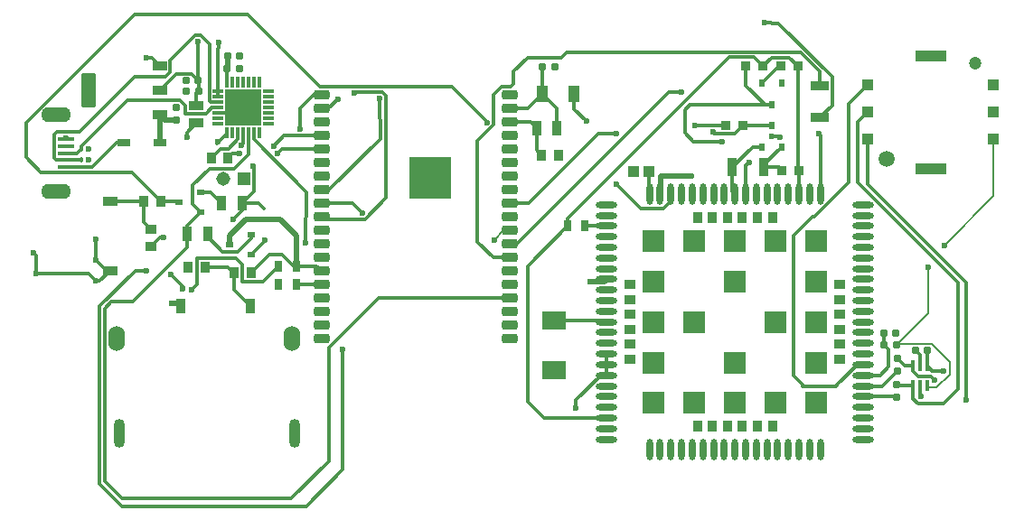
<source format=gbr>
%TF.GenerationSoftware,KiCad,Pcbnew,8.0.3*%
%TF.CreationDate,2025-01-08T01:15:00+05:30*%
%TF.ProjectId,gps,6770732e-6b69-4636-9164-5f7063625858,rev?*%
%TF.SameCoordinates,Original*%
%TF.FileFunction,Copper,L4,Bot*%
%TF.FilePolarity,Positive*%
%FSLAX46Y46*%
G04 Gerber Fmt 4.6, Leading zero omitted, Abs format (unit mm)*
G04 Created by KiCad (PCBNEW 8.0.3) date 2025-01-08 01:15:00*
%MOMM*%
%LPD*%
G01*
G04 APERTURE LIST*
G04 Aperture macros list*
%AMRoundRect*
0 Rectangle with rounded corners*
0 $1 Rounding radius*
0 $2 $3 $4 $5 $6 $7 $8 $9 X,Y pos of 4 corners*
0 Add a 4 corners polygon primitive as box body*
4,1,4,$2,$3,$4,$5,$6,$7,$8,$9,$2,$3,0*
0 Add four circle primitives for the rounded corners*
1,1,$1+$1,$2,$3*
1,1,$1+$1,$4,$5*
1,1,$1+$1,$6,$7*
1,1,$1+$1,$8,$9*
0 Add four rect primitives between the rounded corners*
20,1,$1+$1,$2,$3,$4,$5,0*
20,1,$1+$1,$4,$5,$6,$7,0*
20,1,$1+$1,$6,$7,$8,$9,0*
20,1,$1+$1,$8,$9,$2,$3,0*%
G04 Aperture macros list end*
%TA.AperFunction,ComponentPad*%
%ADD10O,1.550000X2.350000*%
%TD*%
%TA.AperFunction,ComponentPad*%
%ADD11O,1.050000X2.700000*%
%TD*%
%TA.AperFunction,ComponentPad*%
%ADD12R,1.308000X1.308000*%
%TD*%
%TA.AperFunction,ComponentPad*%
%ADD13C,1.308000*%
%TD*%
%TA.AperFunction,SMDPad,CuDef*%
%ADD14RoundRect,0.075000X-0.075000X-0.175000X0.075000X-0.175000X0.075000X0.175000X-0.075000X0.175000X0*%
%TD*%
%TA.AperFunction,SMDPad,CuDef*%
%ADD15R,0.900000X1.000000*%
%TD*%
%TA.AperFunction,SMDPad,CuDef*%
%ADD16R,0.920000X1.380000*%
%TD*%
%TA.AperFunction,SMDPad,CuDef*%
%ADD17R,0.970000X1.730000*%
%TD*%
%TA.AperFunction,SMDPad,CuDef*%
%ADD18R,0.800000X1.000000*%
%TD*%
%TA.AperFunction,SMDPad,CuDef*%
%ADD19RoundRect,0.155000X0.212500X0.155000X-0.212500X0.155000X-0.212500X-0.155000X0.212500X-0.155000X0*%
%TD*%
%TA.AperFunction,SMDPad,CuDef*%
%ADD20R,0.900000X0.950000*%
%TD*%
%TA.AperFunction,SMDPad,CuDef*%
%ADD21R,1.210000X0.730000*%
%TD*%
%TA.AperFunction,SMDPad,CuDef*%
%ADD22R,1.500000X0.400000*%
%TD*%
%TA.AperFunction,ComponentPad*%
%ADD23O,2.800000X1.400000*%
%TD*%
%TA.AperFunction,SMDPad,CuDef*%
%ADD24RoundRect,0.160000X-0.197500X-0.160000X0.197500X-0.160000X0.197500X0.160000X-0.197500X0.160000X0*%
%TD*%
%TA.AperFunction,ComponentPad*%
%ADD25C,1.500000*%
%TD*%
%TA.AperFunction,ComponentPad*%
%ADD26C,1.200000*%
%TD*%
%TA.AperFunction,SMDPad,CuDef*%
%ADD27R,3.000000X1.000000*%
%TD*%
%TA.AperFunction,SMDPad,CuDef*%
%ADD28R,1.100000X1.000000*%
%TD*%
%TA.AperFunction,SMDPad,CuDef*%
%ADD29RoundRect,0.160000X-0.160000X0.197500X-0.160000X-0.197500X0.160000X-0.197500X0.160000X0.197500X0*%
%TD*%
%TA.AperFunction,SMDPad,CuDef*%
%ADD30R,1.730000X0.970000*%
%TD*%
%TA.AperFunction,SMDPad,CuDef*%
%ADD31R,1.470000X0.970000*%
%TD*%
%TA.AperFunction,SMDPad,CuDef*%
%ADD32RoundRect,0.160000X0.160000X-0.197500X0.160000X0.197500X-0.160000X0.197500X-0.160000X-0.197500X0*%
%TD*%
%TA.AperFunction,SMDPad,CuDef*%
%ADD33R,0.900000X1.400000*%
%TD*%
%TA.AperFunction,SMDPad,CuDef*%
%ADD34RoundRect,0.097500X0.097500X-0.432500X0.097500X0.432500X-0.097500X0.432500X-0.097500X-0.432500X0*%
%TD*%
%TA.AperFunction,SMDPad,CuDef*%
%ADD35R,1.000000X0.950000*%
%TD*%
%TA.AperFunction,SMDPad,CuDef*%
%ADD36R,1.000000X0.300000*%
%TD*%
%TA.AperFunction,SMDPad,CuDef*%
%ADD37R,0.300000X1.000000*%
%TD*%
%TA.AperFunction,SMDPad,CuDef*%
%ADD38R,3.350000X3.350000*%
%TD*%
%TA.AperFunction,SMDPad,CuDef*%
%ADD39R,0.950000X1.000000*%
%TD*%
%TA.AperFunction,SMDPad,CuDef*%
%ADD40RoundRect,0.232500X0.492500X0.232500X-0.492500X0.232500X-0.492500X-0.232500X0.492500X-0.232500X0*%
%TD*%
%TA.AperFunction,SMDPad,CuDef*%
%ADD41R,4.000000X4.000000*%
%TD*%
%TA.AperFunction,SMDPad,CuDef*%
%ADD42R,1.040000X1.020000*%
%TD*%
%TA.AperFunction,SMDPad,CuDef*%
%ADD43RoundRect,0.155000X-0.212500X-0.155000X0.212500X-0.155000X0.212500X0.155000X-0.212500X0.155000X0*%
%TD*%
%TA.AperFunction,SMDPad,CuDef*%
%ADD44R,2.311400X1.651000*%
%TD*%
%TA.AperFunction,SMDPad,CuDef*%
%ADD45R,1.400000X0.900000*%
%TD*%
%TA.AperFunction,SMDPad,CuDef*%
%ADD46R,0.600000X0.800000*%
%TD*%
%TA.AperFunction,SMDPad,CuDef*%
%ADD47R,0.800000X0.600000*%
%TD*%
%TA.AperFunction,SMDPad,CuDef*%
%ADD48RoundRect,0.155000X0.155000X-0.212500X0.155000X0.212500X-0.155000X0.212500X-0.155000X-0.212500X0*%
%TD*%
%TA.AperFunction,SMDPad,CuDef*%
%ADD49O,0.600000X2.000000*%
%TD*%
%TA.AperFunction,SMDPad,CuDef*%
%ADD50O,2.000000X0.600000*%
%TD*%
%TA.AperFunction,SMDPad,CuDef*%
%ADD51R,2.100000X2.100000*%
%TD*%
%TA.AperFunction,SMDPad,CuDef*%
%ADD52R,0.900000X1.100000*%
%TD*%
%TA.AperFunction,SMDPad,CuDef*%
%ADD53R,1.100000X0.900000*%
%TD*%
%TA.AperFunction,SMDPad,CuDef*%
%ADD54R,1.050000X1.600000*%
%TD*%
%TA.AperFunction,SMDPad,CuDef*%
%ADD55RoundRect,0.069750X0.585250X0.395250X-0.585250X0.395250X-0.585250X-0.395250X0.585250X-0.395250X0*%
%TD*%
%TA.AperFunction,SMDPad,CuDef*%
%ADD56RoundRect,0.098250X0.556750X1.521750X-0.556750X1.521750X-0.556750X-1.521750X0.556750X-1.521750X0*%
%TD*%
%TA.AperFunction,ViaPad*%
%ADD57C,0.600000*%
%TD*%
%TA.AperFunction,Conductor*%
%ADD58C,0.200000*%
%TD*%
%TA.AperFunction,Conductor*%
%ADD59C,0.300000*%
%TD*%
%TA.AperFunction,Conductor*%
%ADD60C,0.500000*%
%TD*%
G04 APERTURE END LIST*
D10*
%TO.P,J5,G1,COVER_GND*%
%TO.N,GND*%
X126963250Y-86582500D03*
%TO.P,J5,G2,COVER_GND*%
X143413250Y-86582500D03*
D11*
%TO.P,J5,G3,COVER_GND*%
X127263250Y-95482500D03*
%TO.P,J5,G4,COVER_GND*%
X143663250Y-95482500D03*
%TD*%
D12*
%TO.P,J2,1,1*%
%TO.N,BAT+*%
X138932600Y-71568400D03*
D13*
%TO.P,J2,2,2*%
%TO.N,BAT-*%
X136932600Y-71568400D03*
%TD*%
D14*
%TO.P,U3,1,I/O*%
%TO.N,USB_DP*%
X123669300Y-68783200D03*
%TO.P,U3,2,GND*%
%TO.N,GND*%
X124369300Y-68783200D03*
%TD*%
D15*
%TO.P,R9,1,1*%
%TO.N,Net-(C11-Pad2)*%
X137960200Y-80416400D03*
%TO.P,R9,2,2*%
%TO.N,IO_0*%
X139560200Y-80416400D03*
%TD*%
D16*
%TO.P,R34,1*%
%TO.N,+3.3V*%
X168237000Y-66827400D03*
%TO.P,R34,2*%
%TO.N,ESP_EN*%
X166327000Y-66827400D03*
%TD*%
%TO.P,R4,1*%
%TO.N,DTR*%
X138750000Y-73863200D03*
%TO.P,R4,2*%
%TO.N,Net-(Q4-Pad1)*%
X136840000Y-73863200D03*
%TD*%
D17*
%TO.P,R19,1*%
%TO.N,Net-(Q5-Pad1)*%
X187636600Y-70510400D03*
%TO.P,R19,2*%
%TO.N,SIM_TXD*%
X184676600Y-70510400D03*
%TD*%
D18*
%TO.P,R5,1,1*%
%TO.N,GND*%
X142152000Y-81508600D03*
%TO.P,R5,2,2*%
%TO.N,Net-(A1-IO2)*%
X143852000Y-81508600D03*
%TD*%
D19*
%TO.P,C5,1*%
%TO.N,+3.3V*%
X134628700Y-62357000D03*
%TO.P,C5,2*%
%TO.N,GND*%
X133493700Y-62357000D03*
%TD*%
D20*
%TO.P,R31,2,2*%
%TO.N,SIM_VDD_1V8*%
X187528200Y-61010800D03*
%TO.P,R31,1,1*%
%TO.N,SIM_RXD*%
X185928200Y-61010800D03*
%TD*%
D21*
%TO.P,D6,A*%
%TO.N,Net-(J1-VBUS)*%
X127682200Y-68173600D03*
%TO.P,D6,C*%
%TO.N,+5V*%
X131042200Y-68173600D03*
%TD*%
D22*
%TO.P,J1,1,VBUS*%
%TO.N,Net-(J1-VBUS)*%
X122225800Y-70468800D03*
%TO.P,J1,2,D-*%
%TO.N,USB_DN*%
X122225800Y-69818800D03*
%TO.P,J1,3,D+*%
%TO.N,USB_DP*%
X122225800Y-69168800D03*
%TO.P,J1,4,ID*%
%TO.N,unconnected-(J1-ID-Pad4)*%
X122225800Y-68518800D03*
%TO.P,J1,5,GND*%
%TO.N,GND*%
X122225800Y-67868800D03*
D23*
%TO.P,J1,S1,SHIELD*%
X121335800Y-72743800D03*
%TO.P,J1,S2,SHIELD*%
X121335800Y-65593800D03*
%TD*%
D24*
%TO.P,R28,1*%
%TO.N,SIM_DATA*%
X198856600Y-87172800D03*
%TO.P,R28,2*%
%TO.N,Net-(J4-I{slash}O)*%
X200051600Y-87172800D03*
%TD*%
D25*
%TO.P,J4,1*%
%TO.N,N/C*%
X199075400Y-69737400D03*
D26*
%TO.P,J4,2*%
X207375400Y-60737400D03*
D27*
%TO.P,J4,6*%
X203225400Y-60037400D03*
%TO.P,J4,10*%
X203225400Y-70637400D03*
D28*
%TO.P,J4,C1,VCC*%
%TO.N,SIM_VDD*%
X197325400Y-62797400D03*
%TO.P,J4,C2,RST*%
%TO.N,Net-(J4-RST)*%
X197325400Y-65337400D03*
%TO.P,J4,C3,CLK*%
%TO.N,Net-(J4-CLK)*%
X197325400Y-67877400D03*
%TO.P,J4,C5,GND*%
%TO.N,GND*%
X209125400Y-62797400D03*
%TO.P,J4,C6,VPP*%
%TO.N,unconnected-(J4-VPP-PadC6)*%
X209125400Y-65337400D03*
%TO.P,J4,C7,I/O*%
%TO.N,Net-(J4-I{slash}O)*%
X209125400Y-67877400D03*
%TD*%
D20*
%TO.P,R33,1,1*%
%TO.N,TXD_SIM*%
X185648600Y-66548000D03*
%TO.P,R33,2,2*%
%TO.N,+3.3V*%
X184048600Y-66548000D03*
%TD*%
D29*
%TO.P,R27,1*%
%TO.N,Net-(J4-CLK)*%
X200101200Y-88404100D03*
%TO.P,R27,2*%
%TO.N,SIM_CLK*%
X200101200Y-89599100D03*
%TD*%
D30*
%TO.P,R29,1*%
%TO.N,RXD_SIM*%
X192887600Y-62883600D03*
%TO.P,R29,2*%
%TO.N,+3.3V*%
X192887600Y-65843600D03*
%TD*%
D15*
%TO.P,R10,2,2*%
%TO.N,ESP_EN*%
X131152800Y-73736200D03*
%TO.P,R10,1,1*%
%TO.N,Net-(C12-Pad2)*%
X129552800Y-73736200D03*
%TD*%
D31*
%TO.P,C21,1,1*%
%TO.N,GND*%
X134467600Y-66362000D03*
%TO.P,C21,2,2*%
%TO.N,+3.3V*%
X134467600Y-64702000D03*
%TD*%
D32*
%TO.P,R17,1*%
%TO.N,SIM_RST*%
X200075800Y-92037500D03*
%TO.P,R17,2*%
%TO.N,Net-(J4-RST)*%
X200075800Y-90842500D03*
%TD*%
D33*
%TO.P,S1,1*%
%TO.N,GND*%
X132971400Y-83515200D03*
%TO.P,S1,2*%
%TO.N,Net-(C11-Pad2)*%
X139471400Y-83515200D03*
%TD*%
D34*
%TO.P,U11,1*%
%TO.N,Net-(J4-I{slash}O)*%
X202910200Y-90978000D03*
%TO.P,U11,2*%
%TO.N,GND*%
X202260200Y-90978000D03*
%TO.P,U11,3*%
%TO.N,Net-(J4-RST)*%
X201610200Y-90978000D03*
%TO.P,U11,4*%
%TO.N,Net-(J4-CLK)*%
X201610200Y-89108000D03*
%TO.P,U11,5*%
%TO.N,GND*%
X202260200Y-89108000D03*
%TO.P,U11,6*%
%TO.N,SIM_VDD*%
X202910200Y-89108000D03*
%TD*%
D35*
%TO.P,C12,1,1*%
%TO.N,GND*%
X130225800Y-77901600D03*
%TO.P,C12,2,2*%
%TO.N,Net-(C12-Pad2)*%
X130225800Y-76301600D03*
%TD*%
D36*
%TO.P,IC1,1,DCD*%
%TO.N,DCD*%
X136485000Y-66383800D03*
%TO.P,IC1,2,RI/CLK*%
%TO.N,RI*%
X136485000Y-65883800D03*
%TO.P,IC1,3,GND*%
%TO.N,GND*%
X136485000Y-65383800D03*
%TO.P,IC1,4,D+*%
%TO.N,USB_DP*%
X136485000Y-64883800D03*
%TO.P,IC1,5,D-*%
%TO.N,USB_DN*%
X136485000Y-64383800D03*
%TO.P,IC1,6,VDD*%
%TO.N,+3.3V*%
X136485000Y-63883800D03*
%TO.P,IC1,7,VREGIN*%
X136485000Y-63383800D03*
D37*
%TO.P,IC1,8,VBUS*%
%TO.N,+5V*%
X137335000Y-62533800D03*
%TO.P,IC1,9,RSTB*%
%TO.N,unconnected-(IC1-RSTB-Pad9)*%
X137835000Y-62533800D03*
%TO.P,IC1,10,NC*%
%TO.N,unconnected-(IC1-NC-Pad10)*%
X138335000Y-62533800D03*
%TO.P,IC1,11,SUSPENDB*%
%TO.N,ACTIVE*%
X138835000Y-62533800D03*
%TO.P,IC1,12,SUSPEND*%
%TO.N,unconnected-(IC1-SUSPEND-Pad12)*%
X139335000Y-62533800D03*
%TO.P,IC1,13,CHREN*%
%TO.N,unconnected-(IC1-CHREN-Pad13)*%
X139835000Y-62533800D03*
%TO.P,IC1,14,CHR1*%
%TO.N,unconnected-(IC1-CHR1-Pad14)*%
X140335000Y-62533800D03*
D36*
%TO.P,IC1,15,CHR0*%
%TO.N,unconnected-(IC1-CHR0-Pad15)*%
X141185000Y-63383800D03*
%TO.P,IC1,16,GPIO.3/WAKEUP*%
%TO.N,unconnected-(IC1-GPIO.3{slash}WAKEUP-Pad16)*%
X141185000Y-63883800D03*
%TO.P,IC1,17,GPIO.2/RS485*%
%TO.N,unconnected-(IC1-GPIO.2{slash}RS485-Pad17)*%
X141185000Y-64383800D03*
%TO.P,IC1,18,GPIO.1/RXT*%
%TO.N,unconnected-(IC1-GPIO.1{slash}RXT-Pad18)*%
X141185000Y-64883800D03*
%TO.P,IC1,19,GPIO.0/TXT*%
%TO.N,unconnected-(IC1-GPIO.0{slash}TXT-Pad19)*%
X141185000Y-65383800D03*
%TO.P,IC1,20,GPIO.6*%
%TO.N,unconnected-(IC1-GPIO.6-Pad20)*%
X141185000Y-65883800D03*
%TO.P,IC1,21,GPIO.5*%
%TO.N,unconnected-(IC1-GPIO.5-Pad21)*%
X141185000Y-66383800D03*
D37*
%TO.P,IC1,22,GPIO.4*%
%TO.N,unconnected-(IC1-GPIO.4-Pad22)*%
X140335000Y-67233800D03*
%TO.P,IC1,23,CTS*%
%TO.N,CTS*%
X139835000Y-67233800D03*
%TO.P,IC1,24,RTS*%
%TO.N,RTS*%
X139335000Y-67233800D03*
%TO.P,IC1,25,RXD*%
%TO.N,TXD_0*%
X138835000Y-67233800D03*
%TO.P,IC1,26,TXD*%
%TO.N,Net-(IC1-TXD)*%
X138335000Y-67233800D03*
%TO.P,IC1,27,DSR*%
%TO.N,unconnected-(IC1-DSR-Pad27)*%
X137835000Y-67233800D03*
%TO.P,IC1,28,DTR*%
%TO.N,DTR*%
X137335000Y-67233800D03*
D38*
%TO.P,IC1,29,BGND*%
%TO.N,GND*%
X138835000Y-64883800D03*
%TD*%
D39*
%TO.P,C10,1,1*%
%TO.N,GND*%
X168402000Y-69367400D03*
%TO.P,C10,2,2*%
%TO.N,ESP_EN*%
X166802000Y-69367400D03*
%TD*%
%TO.P,C11,1,1*%
%TO.N,GND*%
X133705800Y-79857600D03*
%TO.P,C11,2,2*%
%TO.N,Net-(C11-Pad2)*%
X135305800Y-79857600D03*
%TD*%
D14*
%TO.P,U4,1,I/O*%
%TO.N,USB_DN*%
X123679200Y-69799200D03*
%TO.P,U4,2,GND*%
%TO.N,GND*%
X124379200Y-69799200D03*
%TD*%
D40*
%TO.P,A1,1,GND*%
%TO.N,GND*%
X163779200Y-63728600D03*
%TO.P,A1,2,VDD3V3*%
%TO.N,+3.3V*%
X163779200Y-64998600D03*
%TO.P,A1,3,EN*%
%TO.N,ESP_EN*%
X163779200Y-66268600D03*
%TO.P,A1,4,SENSOR_VP*%
%TO.N,SENSOR_VP*%
X163779200Y-67538600D03*
%TO.P,A1,5,SENSOR_VN*%
%TO.N,SENSOR_VN*%
X163779200Y-68808600D03*
%TO.P,A1,6,IO34*%
%TO.N,unconnected-(A1-IO34-Pad6)*%
X163779200Y-70078600D03*
%TO.P,A1,7,IO35*%
%TO.N,unconnected-(A1-IO35-Pad7)*%
X163779200Y-71348600D03*
%TO.P,A1,8,IO32*%
%TO.N,GPS_RXD*%
X163779200Y-72618600D03*
%TO.P,A1,9,IO33*%
%TO.N,SIM_DTR*%
X163779200Y-73888600D03*
%TO.P,A1,10,IO25*%
%TO.N,unconnected-(A1-IO25-Pad10)*%
X163779200Y-75158600D03*
%TO.P,A1,11,IO26*%
%TO.N,SIM_PWRKEY*%
X163779200Y-76428600D03*
%TO.P,A1,12,IO27*%
%TO.N,GPS_TXD*%
X163779200Y-77698600D03*
%TO.P,A1,13,IO14*%
%TO.N,RXD_SIM*%
X163779200Y-78968600D03*
%TO.P,A1,14,IO12*%
%TO.N,TXD_SIM*%
X163779200Y-80238600D03*
%TO.P,A1,15,GND*%
%TO.N,GND*%
X163779200Y-81508600D03*
%TO.P,A1,16,IO13*%
%TO.N,RTS*%
X163779200Y-82778600D03*
%TO.P,A1,17,SHD/SD2*%
%TO.N,unconnected-(A1-SHD{slash}SD2-Pad17)*%
X163779200Y-84048600D03*
%TO.P,A1,18,SWP/SD3*%
%TO.N,unconnected-(A1-SWP{slash}SD3-Pad18)*%
X163779200Y-85318600D03*
%TO.P,A1,19,SCS/CMD*%
%TO.N,unconnected-(A1-SCS{slash}CMD-Pad19)*%
X163779200Y-86588600D03*
%TO.P,A1,20,SCK/CLK*%
%TO.N,unconnected-(A1-SCK{slash}CLK-Pad20)*%
X146159200Y-86588600D03*
%TO.P,A1,21,SDO/SD0*%
%TO.N,unconnected-(A1-SDO{slash}SD0-Pad21)*%
X146159200Y-85318600D03*
%TO.P,A1,22,SDI/SD1*%
%TO.N,unconnected-(A1-SDI{slash}SD1-Pad22)*%
X146159200Y-84048600D03*
%TO.P,A1,23,IO15*%
%TO.N,CTS*%
X146159200Y-82778600D03*
%TO.P,A1,24,IO2*%
%TO.N,Net-(A1-IO2)*%
X146159200Y-81508600D03*
%TO.P,A1,25,IO0*%
%TO.N,IO_0*%
X146159200Y-80238600D03*
%TO.P,A1,26,IO4*%
%TO.N,unconnected-(A1-IO4-Pad26)*%
X146159200Y-78968600D03*
%TO.P,A1,27*%
%TO.N,N/C*%
X146159200Y-77698600D03*
%TO.P,A1,28*%
X146159200Y-76428600D03*
%TO.P,A1,29,IO5*%
%TO.N,SD_CS*%
X146159200Y-75158600D03*
%TO.P,A1,30,IO18*%
%TO.N,SD_SCK*%
X146159200Y-73888600D03*
%TO.P,A1,31,IO19*%
%TO.N,SD_MISO*%
X146159200Y-72618600D03*
%TO.P,A1,32*%
%TO.N,N/C*%
X146159200Y-71348600D03*
%TO.P,A1,33,IO21*%
%TO.N,unconnected-(A1-IO21-Pad33)*%
X146159200Y-70078600D03*
%TO.P,A1,34,RXD0*%
%TO.N,RXD_0*%
X146159200Y-68808600D03*
%TO.P,A1,35,TXD0*%
%TO.N,TXD_0*%
X146159200Y-67538600D03*
%TO.P,A1,36,IO22*%
%TO.N,unconnected-(A1-IO22-Pad36)*%
X146159200Y-66268600D03*
%TO.P,A1,37,IO23*%
%TO.N,SD_MOSI*%
X146159200Y-64998600D03*
%TO.P,A1,38,GND*%
%TO.N,GND*%
X146159200Y-63728600D03*
D41*
%TO.P,A1,39,EXP*%
%TO.N,unconnected-(A1-EXP-Pad39)*%
X156349200Y-71518600D03*
%TD*%
D42*
%TO.P,R35,1*%
%TO.N,GND*%
X175412400Y-70891400D03*
%TO.P,R35,2*%
%TO.N,SIM_PWRKEY*%
X176882400Y-70891400D03*
%TD*%
D43*
%TO.P,C14,1*%
%TO.N,SIM_DATA*%
X198847900Y-86029800D03*
%TO.P,C14,2*%
%TO.N,GND*%
X199982900Y-86029800D03*
%TD*%
D19*
%TO.P,C13,1*%
%TO.N,SIM_VDD*%
X202954700Y-87680800D03*
%TO.P,C13,2*%
%TO.N,GND*%
X201819700Y-87680800D03*
%TD*%
D43*
%TO.P,C9,1*%
%TO.N,+3.3V*%
X166873400Y-61087000D03*
%TO.P,C9,2*%
%TO.N,GND*%
X168008400Y-61087000D03*
%TD*%
D18*
%TO.P,R6,1,1*%
%TO.N,+3.3V*%
X142101200Y-79806800D03*
%TO.P,R6,2,2*%
%TO.N,IO_0*%
X143801200Y-79806800D03*
%TD*%
D19*
%TO.P,C4,1*%
%TO.N,+3.3V*%
X134645400Y-63398400D03*
%TO.P,C4,2*%
%TO.N,GND*%
X133510400Y-63398400D03*
%TD*%
D44*
%TO.P,AE1,1,1*%
%TO.N,Net-(U1-RF_ANT)*%
X167990000Y-84865900D03*
%TO.P,AE1,2*%
%TO.N,N/C*%
X167990000Y-89514100D03*
%TD*%
D45*
%TO.P,S2,1*%
%TO.N,GND*%
X126415800Y-80212000D03*
%TO.P,S2,2*%
%TO.N,Net-(C12-Pad2)*%
X126415800Y-73712000D03*
%TD*%
D46*
%TO.P,Q5,1*%
%TO.N,Net-(Q5-Pad1)*%
X189291000Y-68574000D03*
%TO.P,Q5,2*%
%TO.N,SIM_TXD*%
X187391000Y-68574000D03*
%TO.P,Q5,3*%
%TO.N,TXD_SIM*%
X188341000Y-66554000D03*
%TD*%
D47*
%TO.P,Q1,1*%
%TO.N,Net-(Q1-Pad1)*%
X139567000Y-76799400D03*
%TO.P,Q1,2*%
%TO.N,DTR*%
X139567000Y-78699400D03*
%TO.P,Q1,3*%
%TO.N,IO_0*%
X137547000Y-77749400D03*
%TD*%
%TO.P,Q4,1*%
%TO.N,Net-(Q4-Pad1)*%
X134874000Y-72826800D03*
%TO.P,Q4,2*%
%TO.N,RTS*%
X134874000Y-74726800D03*
%TO.P,Q4,3*%
%TO.N,ESP_EN*%
X132854000Y-73776800D03*
%TD*%
D20*
%TO.P,R30,1,1*%
%TO.N,SIM_VDD_1V8*%
X190906400Y-70789800D03*
%TO.P,R30,2,2*%
%TO.N,Net-(Q5-Pad1)*%
X189306400Y-70789800D03*
%TD*%
%TO.P,R32,1,1*%
%TO.N,Net-(Q2-Pad1)*%
X189179200Y-61036200D03*
%TO.P,R32,2,2*%
%TO.N,SIM_VDD_1V8*%
X190779200Y-61036200D03*
%TD*%
D48*
%TO.P,C1,1*%
%TO.N,+5V*%
X132562600Y-66048700D03*
%TO.P,C1,2*%
%TO.N,GND*%
X132562600Y-64913700D03*
%TD*%
D46*
%TO.P,Q2,1*%
%TO.N,Net-(Q2-Pad1)*%
X187401200Y-62636400D03*
%TO.P,Q2,2*%
%TO.N,RXD_SIM*%
X189301200Y-62636400D03*
%TO.P,Q2,3*%
%TO.N,SIM_RXD*%
X188351200Y-64656400D03*
%TD*%
D16*
%TO.P,R7,1*%
%TO.N,RTS*%
X133588800Y-76784200D03*
%TO.P,R7,2*%
%TO.N,Net-(Q1-Pad1)*%
X135498800Y-76784200D03*
%TD*%
D49*
%TO.P,U1,1,PWRKEY*%
%TO.N,SIM_PWRKEY*%
X176903800Y-73009400D03*
%TO.P,U1,2,GND_1*%
%TO.N,GND*%
X177903800Y-73009400D03*
%TO.P,U1,3,DTR*%
%TO.N,SIM_DTR*%
X178903800Y-73009400D03*
%TO.P,U1,4,RI*%
%TO.N,unconnected-(U1-RI-Pad4)*%
X179903800Y-73009400D03*
%TO.P,U1,5,DCD*%
%TO.N,unconnected-(U1-DCD-Pad5)*%
X180903800Y-73009400D03*
%TO.P,U1,6,USB_BOOT*%
%TO.N,unconnected-(U1-USB_BOOT-Pad6)*%
X181903800Y-73009400D03*
%TO.P,U1,7,CTS*%
%TO.N,unconnected-(U1-CTS-Pad7)*%
X182903800Y-73009400D03*
%TO.P,U1,8,RTS*%
%TO.N,unconnected-(U1-RTS-Pad8)*%
X183903800Y-73009400D03*
%TO.P,U1,9,TXD*%
%TO.N,SIM_TXD*%
X184903800Y-73009400D03*
%TO.P,U1,10,RXD*%
%TO.N,SIM_RXD*%
X185903800Y-73009400D03*
%TO.P,U1,11,SPI_CLK*%
%TO.N,unconnected-(U1-SPI_CLK-Pad11)*%
X186903800Y-73009400D03*
%TO.P,U1,12,SPI_CS*%
%TO.N,unconnected-(U1-SPI_CS-Pad12)*%
X187903800Y-73009400D03*
%TO.P,U1,13,SPI_MOSI*%
%TO.N,unconnected-(U1-SPI_MOSI-Pad13)*%
X188903800Y-73009400D03*
%TO.P,U1,14,SPI_MISO*%
%TO.N,unconnected-(U1-SPI_MISO-Pad14)*%
X189903800Y-73009400D03*
%TO.P,U1,15,VDD_1V8*%
%TO.N,SIM_VDD_1V8*%
X190903800Y-73009400D03*
%TO.P,U1,16,RESET*%
%TO.N,unconnected-(U1-RESET-Pad16)*%
X191903800Y-73009400D03*
%TO.P,U1,17,GND_2*%
%TO.N,GND*%
X192903800Y-73009400D03*
D50*
%TO.P,U1,18,GND_3*%
X196903800Y-77009400D03*
%TO.P,U1,19,GPIO1*%
%TO.N,unconnected-(U1-GPIO1-Pad19)*%
X196903800Y-78009400D03*
%TO.P,U1,20,MK_IN_3*%
%TO.N,unconnected-(U1-MK_IN_3-Pad20)*%
X196903800Y-79009400D03*
%TO.P,U1,21,MK_OUT_3*%
%TO.N,unconnected-(U1-MK_OUT_3-Pad21)*%
X196903800Y-80009400D03*
%TO.P,U1,22,UART_LOG_RX*%
%TO.N,unconnected-(U1-UART_LOG_RX-Pad22)*%
X196903800Y-81009400D03*
%TO.P,U1,23,UART_LOG_TX*%
%TO.N,unconnected-(U1-UART_LOG_TX-Pad23)*%
X196903800Y-82009400D03*
%TO.P,U1,24,VBUS*%
%TO.N,+5V*%
X196903800Y-83009400D03*
%TO.P,U1,25,ADC*%
%TO.N,unconnected-(U1-ADC-Pad25)*%
X196903800Y-84009400D03*
%TO.P,U1,26,GPIO2*%
%TO.N,unconnected-(U1-GPIO2-Pad26)*%
X196903800Y-85009400D03*
%TO.P,U1,27,USB_DP*%
%TO.N,unconnected-(U1-USB_DP-Pad27)*%
X196903800Y-86009400D03*
%TO.P,U1,28,USB_DM*%
%TO.N,unconnected-(U1-USB_DM-Pad28)*%
X196903800Y-87009400D03*
%TO.P,U1,29,GND_4*%
%TO.N,GND*%
X196903800Y-88009400D03*
%TO.P,U1,30,USIM1_VDD*%
%TO.N,SIM_VDD*%
X196903800Y-89009400D03*
%TO.P,U1,31,USIM1_DATA*%
%TO.N,SIM_DATA*%
X196903800Y-90009400D03*
%TO.P,U1,32,USIM1_CLK*%
%TO.N,SIM_CLK*%
X196903800Y-91009400D03*
%TO.P,U1,33,USIM1_RST*%
%TO.N,SIM_RST*%
X196903800Y-92009400D03*
%TO.P,U1,34,USIM1_DET*%
%TO.N,unconnected-(U1-USIM1_DET-Pad34)*%
X196903800Y-93009400D03*
D49*
%TO.P,U1,35,MK_OUT_6/I2C3_SDA*%
%TO.N,unconnected-(U1-MK_OUT_6{slash}I2C3_SDA-Pad35)*%
X192903800Y-97009400D03*
%TO.P,U1,36,MK_IN_6/I2C3_SCL*%
%TO.N,unconnected-(U1-MK_IN_6{slash}I2C3_SCL-Pad36)*%
X191903800Y-97009400D03*
%TO.P,U1,37,I2C_SDA*%
%TO.N,unconnected-(U1-I2C_SDA-Pad37)*%
X190903800Y-97009400D03*
%TO.P,U1,38,I2C_SCL*%
%TO.N,unconnected-(U1-I2C_SCL-Pad38)*%
X189903800Y-97009400D03*
%TO.P,U1,39,GND_5*%
%TO.N,GND*%
X188903800Y-97009400D03*
%TO.P,U1,40,EAR_P*%
%TO.N,unconnected-(U1-EAR_P-Pad40)*%
X187903800Y-97009400D03*
%TO.P,U1,41,EAR_N*%
%TO.N,unconnected-(U1-EAR_N-Pad41)*%
X186903800Y-97009400D03*
%TO.P,U1,42,MIC_P*%
%TO.N,unconnected-(U1-MIC_P-Pad42)*%
X185903800Y-97009400D03*
%TO.P,U1,43,MIC_N*%
%TO.N,unconnected-(U1-MIC_N-Pad43)*%
X184903800Y-97009400D03*
%TO.P,U1,44,MK_OUT_2*%
%TO.N,unconnected-(U1-MK_OUT_2-Pad44)*%
X183903800Y-97009400D03*
%TO.P,U1,45,GND_6*%
%TO.N,GND*%
X182903800Y-97009400D03*
%TO.P,U1,46,GND_7*%
X181903800Y-97009400D03*
%TO.P,U1,47,MK_IN_2*%
%TO.N,unconnected-(U1-MK_IN_2-Pad47)*%
X180903800Y-97009400D03*
%TO.P,U1,48,GPIO3*%
%TO.N,unconnected-(U1-GPIO3-Pad48)*%
X179903800Y-97009400D03*
%TO.P,U1,49,UART3_RXD*%
%TO.N,unconnected-(U1-UART3_RXD-Pad49)*%
X178903800Y-97009400D03*
%TO.P,U1,50,UART3_TXD*%
%TO.N,unconnected-(U1-UART3_TXD-Pad50)*%
X177903800Y-97009400D03*
%TO.P,U1,51,VBAT_ADC*%
%TO.N,unconnected-(U1-VBAT_ADC-Pad51)*%
X176903800Y-97009400D03*
D50*
%TO.P,U1,52,NETLIGHT*%
%TO.N,unconnected-(U1-NETLIGHT-Pad52)*%
X172903800Y-93009400D03*
%TO.P,U1,53,GPIO4*%
%TO.N,unconnected-(U1-GPIO4-Pad53)*%
X172903800Y-92009400D03*
%TO.P,U1,54,GND_8*%
%TO.N,GND*%
X172903800Y-91009400D03*
%TO.P,U1,55,VBAT_1*%
%TO.N,BAT+*%
X172903800Y-90009400D03*
%TO.P,U1,56,VBAT_2*%
X172903800Y-89009400D03*
%TO.P,U1,57,VBAT_3*%
X172903800Y-88009400D03*
%TO.P,U1,58,GND_9*%
%TO.N,GND*%
X172903800Y-87009400D03*
%TO.P,U1,59,GND_10*%
X172903800Y-86009400D03*
%TO.P,U1,60,RF_ANT*%
%TO.N,Net-(U1-RF_ANT)*%
X172903800Y-85009400D03*
%TO.P,U1,61,GND_11*%
%TO.N,GND*%
X172903800Y-84009400D03*
%TO.P,U1,62,GND_12*%
X172903800Y-83009400D03*
%TO.P,U1,63,GND_13*%
X172903800Y-82009400D03*
%TO.P,U1,64,GND_14*%
X172903800Y-81009400D03*
%TO.P,U1,65,GND_15*%
X172903800Y-80009400D03*
%TO.P,U1,66,STATUS*%
%TO.N,unconnected-(U1-STATUS-Pad66)*%
X172903800Y-79009400D03*
%TO.P,U1,67,MK_OUT_5*%
%TO.N,unconnected-(U1-MK_OUT_5-Pad67)*%
X172903800Y-78009400D03*
%TO.P,U1,68,MK_IN_5*%
%TO.N,unconnected-(U1-MK_IN_5-Pad68)*%
X172903800Y-77009400D03*
D51*
%TO.P,U1,69,GND_16*%
%TO.N,GND*%
X177303800Y-77409400D03*
%TO.P,U1,70,GND_17*%
X181103800Y-77409400D03*
%TO.P,U1,71,GND_18*%
X184903800Y-77409400D03*
%TO.P,U1,72,GND_19*%
X188703800Y-77409400D03*
%TO.P,U1,73,GND_20*%
X192503800Y-77409400D03*
%TO.P,U1,74,GND_21*%
X192503800Y-81209400D03*
%TO.P,U1,75,GND_22*%
X192503800Y-85009400D03*
%TO.P,U1,76,GND_23*%
X192503800Y-88809400D03*
%TO.P,U1,77,GND_24*%
X192503800Y-92609400D03*
%TO.P,U1,78,GND_25*%
X188703800Y-92609400D03*
%TO.P,U1,79,GND_26*%
X184903800Y-92609400D03*
%TO.P,U1,80,GND_27*%
X181103800Y-92609400D03*
%TO.P,U1,81,GND_28*%
X177303800Y-92609400D03*
%TO.P,U1,82,GND_29*%
X177303800Y-88809400D03*
%TO.P,U1,83,GND_30*%
X177303800Y-85009400D03*
%TO.P,U1,84,GND_31*%
X177303800Y-81209400D03*
%TO.P,U1,85,GND_32*%
X184903800Y-81209400D03*
%TO.P,U1,86,GND_33*%
X188703800Y-85009400D03*
%TO.P,U1,87,GND_34*%
X184903800Y-88809400D03*
%TO.P,U1,88,GND_35*%
X181103800Y-85009400D03*
D50*
%TO.P,U1,89,GND_36*%
X196903800Y-74009400D03*
%TO.P,U1,90,GNSS_ANT*%
%TO.N,unconnected-(U1-GNSS_ANT-Pad90)*%
X196903800Y-75009400D03*
%TO.P,U1,91,GND_37*%
%TO.N,GND*%
X196903800Y-76009400D03*
%TO.P,U1,92,GND_38*%
X196903800Y-94009400D03*
%TO.P,U1,93,BT_ANT*%
%TO.N,unconnected-(U1-BT_ANT-Pad93)*%
X196903800Y-95009400D03*
%TO.P,U1,94,GND_39*%
%TO.N,GND*%
X196903800Y-96009400D03*
%TO.P,U1,95,GNSS_TXD*%
%TO.N,unconnected-(U1-GNSS_TXD-Pad95)*%
X172903800Y-96009400D03*
%TO.P,U1,96,GNSS_RXD*%
%TO.N,unconnected-(U1-GNSS_RXD-Pad96)*%
X172903800Y-95009400D03*
%TO.P,U1,97,1V8_GNSS*%
%TO.N,SIM_VDD_1V8*%
X172903800Y-94009400D03*
%TO.P,U1,98,GNSS_PWRCTL*%
%TO.N,Net-(U1-GNSS_PWRCTL)*%
X172903800Y-76009400D03*
%TO.P,U1,99,VDD_2V8*%
%TO.N,unconnected-(U1-VDD_2V8-Pad99)*%
X172903800Y-75009400D03*
%TO.P,U1,100,1PPS*%
%TO.N,unconnected-(U1-1PPS-Pad100)*%
X172903800Y-74009400D03*
D52*
%TO.P,U1,101,LCD_BL_PWM*%
%TO.N,unconnected-(U1-LCD_BL_PWM-Pad101)*%
X181403800Y-75209400D03*
%TO.P,U1,102,LCD_SPI_CLK*%
%TO.N,unconnected-(U1-LCD_SPI_CLK-Pad102)*%
X182803800Y-75209400D03*
%TO.P,U1,103,LCD_SPI_TXD*%
%TO.N,unconnected-(U1-LCD_SPI_TXD-Pad103)*%
X184203800Y-75209400D03*
%TO.P,U1,104,LCD_SPI_RXD*%
%TO.N,unconnected-(U1-LCD_SPI_RXD-Pad104)*%
X185603800Y-75209400D03*
%TO.P,U1,105,LCD_SPI_CS*%
%TO.N,unconnected-(U1-LCD_SPI_CS-Pad105)*%
X187003800Y-75209400D03*
%TO.P,U1,106,LCD_RST*%
%TO.N,unconnected-(U1-LCD_RST-Pad106)*%
X188403800Y-75209400D03*
D53*
%TO.P,U1,107,LCD_DCX*%
%TO.N,unconnected-(U1-LCD_DCX-Pad107)*%
X194703800Y-81509400D03*
%TO.P,U1,108,USIM2_DATA*%
%TO.N,unconnected-(U1-USIM2_DATA-Pad108)*%
X194703800Y-82909400D03*
%TO.P,U1,109,USIM2_CLK*%
%TO.N,unconnected-(U1-USIM2_CLK-Pad109)*%
X194703800Y-84309400D03*
%TO.P,U1,110,USIM2_VDD*%
%TO.N,unconnected-(U1-USIM2_VDD-Pad110)*%
X194703800Y-85709400D03*
%TO.P,U1,111,USIM2_RST*%
%TO.N,unconnected-(U1-USIM2_RST-Pad111)*%
X194703800Y-87109400D03*
%TO.P,U1,112,USIM2_DET*%
%TO.N,unconnected-(U1-USIM2_DET-Pad112)*%
X194703800Y-88509400D03*
D52*
%TO.P,U1,113,NC_1*%
%TO.N,unconnected-(U1-NC_1-Pad113)*%
X188403800Y-94809400D03*
%TO.P,U1,114,NC_2*%
%TO.N,unconnected-(U1-NC_2-Pad114)*%
X187003800Y-94809400D03*
%TO.P,U1,115,NC_3*%
%TO.N,unconnected-(U1-NC_3-Pad115)*%
X185603800Y-94809400D03*
%TO.P,U1,116,GNSS_VBKP*%
%TO.N,unconnected-(U1-GNSS_VBKP-Pad116)*%
X184203800Y-94809400D03*
%TO.P,U1,117,CAM_I2C_SDA*%
%TO.N,unconnected-(U1-CAM_I2C_SDA-Pad117)*%
X182803800Y-94809400D03*
%TO.P,U1,118,CAM_I2C_SCL*%
%TO.N,unconnected-(U1-CAM_I2C_SCL-Pad118)*%
X181403800Y-94809400D03*
D53*
%TO.P,U1,119,CAM_PWDN*%
%TO.N,unconnected-(U1-CAM_PWDN-Pad119)*%
X175103800Y-88509400D03*
%TO.P,U1,120,CAM_RST*%
%TO.N,unconnected-(U1-CAM_RST-Pad120)*%
X175103800Y-87109400D03*
%TO.P,U1,121,CAM_MCLK*%
%TO.N,unconnected-(U1-CAM_MCLK-Pad121)*%
X175103800Y-85709400D03*
%TO.P,U1,122,CAM_SPI_D0*%
%TO.N,unconnected-(U1-CAM_SPI_D0-Pad122)*%
X175103800Y-84309400D03*
%TO.P,U1,123,CAM_SPI_D1*%
%TO.N,unconnected-(U1-CAM_SPI_D1-Pad123)*%
X175103800Y-82909400D03*
%TO.P,U1,124,CAM_SPI_CLK*%
%TO.N,unconnected-(U1-CAM_SPI_CLK-Pad124)*%
X175103800Y-81509400D03*
%TD*%
D54*
%TO.P,C8,1,1*%
%TO.N,GND*%
X169837200Y-63652400D03*
%TO.P,C8,2,2*%
%TO.N,+3.3V*%
X166887200Y-63652400D03*
%TD*%
D15*
%TO.P,R3,1,1*%
%TO.N,Net-(IC1-TXD)*%
X135826600Y-69621400D03*
%TO.P,R3,2,2*%
%TO.N,RXD_0*%
X137426600Y-69621400D03*
%TD*%
D18*
%TO.P,R16,1,1*%
%TO.N,Net-(U1-GNSS_PWRCTL)*%
X170865800Y-76022200D03*
%TO.P,R16,2,2*%
%TO.N,SIM_VDD_1V8*%
X169265800Y-76022200D03*
%TD*%
D43*
%TO.P,C7,1*%
%TO.N,+5V*%
X137363200Y-60071000D03*
%TO.P,C7,2*%
%TO.N,GND*%
X138498200Y-60071000D03*
%TD*%
%TO.P,C6,1*%
%TO.N,+5V*%
X137345800Y-61214000D03*
%TO.P,C6,2*%
%TO.N,GND*%
X138480800Y-61214000D03*
%TD*%
D55*
%TO.P,U2,1,GND/ADJ*%
%TO.N,GND*%
X131025500Y-61006800D03*
%TO.P,U2,2,VOUT*%
%TO.N,+3.3V*%
X131025500Y-63296800D03*
%TO.P,U2,3,VIN*%
%TO.N,+5V*%
X131025500Y-65586800D03*
D56*
%TO.P,U2,4*%
%TO.N,N/C*%
X124335500Y-63296800D03*
%TD*%
D57*
%TO.N,SIM_PWRKEY*%
X162380000Y-77300000D03*
X176870000Y-70830000D03*
%TO.N,GPS_RXD*%
X163790000Y-72590000D03*
%TO.N,SD_CS*%
X149220000Y-63560000D03*
%TO.N,SD_MISO*%
X151650000Y-64060000D03*
%TO.N,GND*%
X144180000Y-66900000D03*
X192790000Y-67370000D03*
X132130000Y-83240000D03*
X125030000Y-79170000D03*
X163730000Y-81500000D03*
X188380000Y-67640000D03*
X170980000Y-66160000D03*
X171380000Y-81210000D03*
X119190000Y-78540000D03*
X129740000Y-60230000D03*
X125050000Y-81160000D03*
X180790000Y-71310000D03*
X133610000Y-67660000D03*
X125040000Y-77220000D03*
X131340000Y-77060000D03*
X119410000Y-80470000D03*
X196900800Y-88011000D03*
X196900000Y-76010000D03*
X181102000Y-77393800D03*
X143640000Y-95370000D03*
X134450000Y-66340000D03*
X127160000Y-95310000D03*
X131000000Y-60970000D03*
X124370000Y-68770000D03*
X188899800Y-96977200D03*
X121320000Y-72760000D03*
X138500000Y-60070000D03*
X181102000Y-92608400D03*
X189110000Y-67660000D03*
X177317400Y-77419200D03*
X177317400Y-81203800D03*
X192506600Y-85013800D03*
X172900000Y-83010000D03*
X172900000Y-81010000D03*
X184886600Y-81203800D03*
X181903800Y-97009400D03*
X192506600Y-81203800D03*
X177910000Y-72940000D03*
X181127400Y-85013800D03*
X172900000Y-80010000D03*
X188696600Y-77393800D03*
X196900000Y-74010000D03*
X169810000Y-63650000D03*
X177317400Y-84988400D03*
X124380000Y-69790000D03*
X172900000Y-87000000D03*
X163770000Y-63730000D03*
X188722000Y-92608400D03*
X138490000Y-61230000D03*
X177292000Y-88823800D03*
X196910000Y-77010000D03*
X184912000Y-88747600D03*
X182905400Y-97002600D03*
X133500000Y-62370000D03*
X188696600Y-85013800D03*
X192506600Y-88823800D03*
X175400000Y-70890000D03*
X121340000Y-65590000D03*
X192506600Y-92608400D03*
X146150000Y-63720000D03*
X172900000Y-86000000D03*
X199974200Y-86029800D03*
X126370000Y-80200000D03*
X143390000Y-86510000D03*
X126980000Y-86530000D03*
X133710000Y-79840000D03*
X168010000Y-61090000D03*
X142160000Y-81500000D03*
X130240000Y-77910000D03*
X177317400Y-92608400D03*
X196900800Y-94005400D03*
X138790000Y-64850000D03*
X184912000Y-92608400D03*
X172900000Y-84010000D03*
X133510000Y-63410000D03*
X122210000Y-67780000D03*
X209110000Y-62780000D03*
X202320000Y-92010000D03*
X168410000Y-69350000D03*
X192910000Y-72970000D03*
X172900000Y-82010000D03*
X201830000Y-87680000D03*
X184912000Y-77419200D03*
X132560000Y-64910000D03*
X192532000Y-77419200D03*
X172900000Y-91000000D03*
X196900800Y-96012000D03*
X132880000Y-83330000D03*
%TO.N,+3.3V*%
X136510000Y-58770000D03*
X134600000Y-58720000D03*
X187710000Y-56970000D03*
X181180000Y-66550000D03*
X166890000Y-63660000D03*
X134000000Y-81950000D03*
%TO.N,SD_MOSI*%
X147730000Y-64090000D03*
%TO.N,RXD_SIM*%
X189306200Y-62611000D03*
X192862200Y-62839600D03*
%TO.N,CTS*%
X144703800Y-77571600D03*
X146100800Y-82804000D03*
%TO.N,GPS_TXD*%
X179933600Y-63474600D03*
%TO.N,ESP_EN*%
X161690000Y-66290000D03*
X163750000Y-66300000D03*
%TO.N,TXD_SIM*%
X182854600Y-67208400D03*
X163830000Y-80238600D03*
%TO.N,RXD_0*%
X138500000Y-69220000D03*
X142090000Y-69210000D03*
%TO.N,SD_SCK*%
X149990000Y-74790000D03*
X148110000Y-87570000D03*
X129800000Y-80200000D03*
%TO.N,SIM_DTR*%
X173761400Y-72110600D03*
X173760000Y-67350000D03*
%TO.N,TXD_0*%
X138658600Y-68478400D03*
X141706600Y-68503800D03*
%TO.N,+5V*%
X196930000Y-83010000D03*
X137363200Y-60071000D03*
X131114800Y-65633600D03*
%TO.N,BAT+*%
X170027600Y-93116400D03*
%TO.N,Net-(J4-I{slash}O)*%
X204530000Y-77830000D03*
X203040000Y-79840000D03*
%TO.N,DTR*%
X139776200Y-70434200D03*
X137860000Y-75400000D03*
X140870000Y-77300000D03*
X136448800Y-68148200D03*
%TO.N,SD_SCK_LLS*%
X133197600Y-81940400D03*
X132080000Y-80594200D03*
%TO.N,SIM_VDD*%
X204419200Y-89585800D03*
X196900800Y-89001600D03*
%TO.N,Net-(J4-CLK)*%
X206560000Y-92330000D03*
X203630000Y-90430000D03*
%TO.N,SIM_RXD*%
X186283600Y-70027800D03*
X183692800Y-68072000D03*
%TD*%
D58*
%TO.N,SIM_PWRKEY*%
X163779200Y-76428600D02*
X163251400Y-76428600D01*
X163251400Y-76428600D02*
X162380000Y-77300000D01*
D59*
%TO.N,RXD_SIM*%
X192862200Y-61494200D02*
X192862200Y-62839600D01*
X191053800Y-59685800D02*
X192862200Y-61494200D01*
X169168200Y-59685800D02*
X191053800Y-59685800D01*
X168656000Y-60198000D02*
X169168200Y-59685800D01*
X164149590Y-61529410D02*
X165481000Y-60198000D01*
X165481000Y-60198000D02*
X168656000Y-60198000D01*
X164149590Y-62719332D02*
X164149590Y-61529410D01*
X163905322Y-62963600D02*
X164149590Y-62719332D01*
X160780000Y-68048529D02*
X162290000Y-66538529D01*
X162290000Y-63733290D02*
X163059690Y-62963600D01*
X162290000Y-66538529D02*
X162290000Y-63733290D01*
X163059690Y-62963600D02*
X163905322Y-62963600D01*
X162258600Y-78968600D02*
X160780000Y-77490000D01*
X163779200Y-78968600D02*
X162258600Y-78968600D01*
X160780000Y-77490000D02*
X160780000Y-68048529D01*
%TO.N,SIM_PWRKEY*%
X176870000Y-70830000D02*
X176882400Y-72988000D01*
%TO.N,SIM_DTR*%
X172094400Y-67350000D02*
X173760000Y-67350000D01*
X163779200Y-73888600D02*
X165555800Y-73888600D01*
X165555800Y-73888600D02*
X172094400Y-67350000D01*
%TO.N,SD_CS*%
X150238529Y-75390000D02*
X146390600Y-75390000D01*
X149320000Y-63460000D02*
X151898529Y-63460000D01*
X152250000Y-73378529D02*
X150238529Y-75390000D01*
X146390600Y-75390000D02*
X146159200Y-75158600D01*
X152250000Y-63811471D02*
X152250000Y-73378529D01*
X149220000Y-63560000D02*
X149320000Y-63460000D01*
X151898529Y-63460000D02*
X152250000Y-63811471D01*
%TO.N,SD_MISO*%
X146884199Y-72618600D02*
X151660000Y-67842799D01*
X146159200Y-72618600D02*
X146884199Y-72618600D01*
X151650000Y-64060000D02*
X151660000Y-64060000D01*
X151660000Y-67842799D02*
X151650000Y-64060000D01*
%TO.N,IO_0*%
X142493800Y-78699400D02*
X141277200Y-78699400D01*
X141277200Y-78699400D02*
X139560200Y-80416400D01*
D60*
X142270000Y-75400000D02*
X143801200Y-76931200D01*
X137547000Y-76949400D02*
X139096400Y-75400000D01*
X137547000Y-77749400D02*
X137547000Y-76949400D01*
D59*
X145727400Y-79806800D02*
X146159200Y-80238600D01*
X143801200Y-79806800D02*
X145727400Y-79806800D01*
X143601200Y-79806800D02*
X143801200Y-79806800D01*
D60*
X139096400Y-75400000D02*
X142270000Y-75400000D01*
X143801200Y-76931200D02*
X143801200Y-79806800D01*
D59*
X142493800Y-78699400D02*
X143601200Y-79806800D01*
%TO.N,GND*%
X125040000Y-77220000D02*
X125040000Y-79160000D01*
X144180000Y-66900000D02*
X144180000Y-64982801D01*
D60*
X132130000Y-83240000D02*
X132790000Y-83240000D01*
D59*
X119410000Y-80470000D02*
X119410000Y-78760000D01*
X126415800Y-80212000D02*
X126072000Y-80212000D01*
X119410000Y-78760000D02*
X119190000Y-78540000D01*
D60*
X180790000Y-71310000D02*
X177930000Y-71310000D01*
X172703200Y-81210000D02*
X172903800Y-81009400D01*
D59*
X124360000Y-80470000D02*
X125050000Y-81160000D01*
X144180000Y-64982801D02*
X145442801Y-63720000D01*
X126072000Y-80212000D02*
X125030000Y-79170000D01*
X138335000Y-65383800D02*
X138835000Y-64883800D01*
X192910000Y-67490000D02*
X192790000Y-67370000D01*
X136485000Y-65383800D02*
X138335000Y-65383800D01*
X130248700Y-60230000D02*
X131025500Y-61006800D01*
X133610000Y-67660000D02*
X133610000Y-67219600D01*
X169837200Y-63652400D02*
X169837200Y-65017200D01*
X202260200Y-90978000D02*
X202260200Y-91950200D01*
D60*
X171380000Y-81210000D02*
X172703200Y-81210000D01*
X177930000Y-71310000D02*
X177910000Y-71330000D01*
D59*
X119410000Y-80470000D02*
X124360000Y-80470000D01*
X125410000Y-81160000D02*
X126370000Y-80200000D01*
X125050000Y-81160000D02*
X125410000Y-81160000D01*
D60*
X132790000Y-83240000D02*
X132880000Y-83330000D01*
D59*
X202260200Y-91950200D02*
X202320000Y-92010000D01*
X202260200Y-89108000D02*
X202260200Y-88110200D01*
X169837200Y-65017200D02*
X170980000Y-66160000D01*
X202260200Y-88110200D02*
X201830000Y-87680000D01*
X133610000Y-67219600D02*
X134467600Y-66362000D01*
D60*
X177910000Y-71330000D02*
X177910000Y-72940000D01*
D59*
X145442801Y-63720000D02*
X146150000Y-63720000D01*
X131340000Y-77060000D02*
X131067400Y-77060000D01*
X129740000Y-60230000D02*
X130248700Y-60230000D01*
X192910000Y-72970000D02*
X192910000Y-67490000D01*
X125040000Y-79160000D02*
X125030000Y-79170000D01*
X131067400Y-77060000D02*
X130225800Y-77901600D01*
X188380000Y-67640000D02*
X189070000Y-67640000D01*
%TO.N,RTS*%
X134124000Y-73976800D02*
X134874000Y-74726800D01*
X135686400Y-70614400D02*
X134124000Y-72176800D01*
X127510000Y-101590000D02*
X143360000Y-101590000D01*
X146899422Y-87403600D02*
X151524422Y-82778600D01*
X128523000Y-83107000D02*
X126487720Y-83107000D01*
X151524422Y-82778600D02*
X163779200Y-82778600D01*
X146899422Y-98050578D02*
X146899422Y-87403600D01*
X133588800Y-76784200D02*
X133588800Y-78041200D01*
X133588800Y-78041200D02*
X128523000Y-83107000D01*
X134124000Y-72176800D02*
X134124000Y-73976800D01*
X133588800Y-76012000D02*
X134874000Y-74726800D01*
X133588800Y-76784200D02*
X133588800Y-76012000D01*
X126487720Y-83107000D02*
X125858000Y-83736720D01*
X139335000Y-69258000D02*
X137978600Y-70614400D01*
X143360000Y-101590000D02*
X146899422Y-98050578D01*
X137978600Y-70614400D02*
X135686400Y-70614400D01*
X139335000Y-67233800D02*
X139335000Y-69258000D01*
X125858000Y-83736720D02*
X125858000Y-99938000D01*
X125858000Y-99938000D02*
X127510000Y-101590000D01*
%TO.N,+3.3V*%
X187710000Y-56970000D02*
X187700000Y-56980000D01*
X134467600Y-63576200D02*
X134645400Y-63398400D01*
X136485000Y-63883800D02*
X136485000Y-63383800D01*
X192887600Y-65843600D02*
X194052600Y-64678600D01*
X181230000Y-66550000D02*
X181180000Y-66550000D01*
X166890000Y-63660000D02*
X166890000Y-63655200D01*
X166887200Y-63652400D02*
X165541000Y-64998600D01*
X138710200Y-81216400D02*
X138710200Y-79616400D01*
X136480000Y-59928938D02*
X136510000Y-58770000D01*
X138710200Y-79616400D02*
X138151400Y-79057600D01*
X194052600Y-62048204D02*
X188984396Y-56980000D01*
X134645400Y-62373700D02*
X134628700Y-62357000D01*
X165541000Y-64998600D02*
X163779200Y-64998600D01*
X134480800Y-81509200D02*
X134040000Y-81950000D01*
X188984396Y-56980000D02*
X187710000Y-56970000D01*
X168237000Y-66827400D02*
X168237000Y-65002200D01*
X134645400Y-63398400D02*
X134645400Y-62373700D01*
X134628700Y-62357000D02*
X134600000Y-58720000D01*
X166890000Y-63655200D02*
X166887200Y-63652400D01*
X136485000Y-59933938D02*
X136480000Y-59928938D01*
X166873400Y-61087000D02*
X166873400Y-63638600D01*
X166873400Y-63638600D02*
X166887200Y-63652400D01*
X136485000Y-63383800D02*
X136485000Y-59933938D01*
X136510000Y-58770000D02*
X136480000Y-58970000D01*
X134000000Y-81990000D02*
X134070000Y-81920000D01*
X194052600Y-64678600D02*
X194052600Y-62048204D01*
X134660000Y-63383800D02*
X134645400Y-63398400D01*
X134467600Y-64702000D02*
X134467600Y-63576200D01*
X181180000Y-66550000D02*
X181180000Y-66600000D01*
X184048600Y-66548000D02*
X181232000Y-66548000D01*
X134000000Y-81950000D02*
X134000000Y-81990000D01*
X132575300Y-61747000D02*
X131025500Y-63296800D01*
X134040000Y-81950000D02*
X134000000Y-81950000D01*
X134600000Y-58720000D02*
X134628700Y-58851300D01*
X181180000Y-66600000D02*
X181230000Y-66550000D01*
X134480800Y-79057600D02*
X134480800Y-81509200D01*
X166894800Y-63660000D02*
X166890000Y-63660000D01*
X138151400Y-79057600D02*
X134480800Y-79057600D01*
X134628700Y-62357000D02*
X134018700Y-61747000D01*
X181232000Y-66548000D02*
X181230000Y-66550000D01*
X140691600Y-81216400D02*
X138710200Y-81216400D01*
X142101200Y-79806800D02*
X140691600Y-81216400D01*
X134018700Y-61747000D02*
X132575300Y-61747000D01*
X168237000Y-65002200D02*
X166894800Y-63660000D01*
%TO.N,Net-(A1-IO2)*%
X146159200Y-81508600D02*
X143852000Y-81508600D01*
%TO.N,SD_MOSI*%
X147730000Y-64090000D02*
X146821400Y-64998600D01*
X146821400Y-64998600D02*
X146159200Y-64998600D01*
%TO.N,CTS*%
X144754600Y-72813800D02*
X144703800Y-77571600D01*
X144703800Y-77571600D02*
X144754600Y-77470000D01*
X139835000Y-67233800D02*
X139835000Y-67894200D01*
X139835000Y-67894200D02*
X144754600Y-72813800D01*
%TO.N,GPS_TXD*%
X179933600Y-63474600D02*
X179984400Y-63474600D01*
X178728199Y-63474600D02*
X179933600Y-63474600D01*
X163779200Y-77698600D02*
X164504199Y-77698600D01*
X164504199Y-77698600D02*
X178728199Y-63474600D01*
%TO.N,ESP_EN*%
X166327000Y-68892400D02*
X166802000Y-69367400D01*
X161720000Y-66290000D02*
X161710000Y-66280000D01*
X161690000Y-66260000D02*
X161690000Y-66290000D01*
X158350000Y-62920000D02*
X161690000Y-66260000D01*
X139238468Y-56138600D02*
X146019868Y-62920000D01*
X132813400Y-73736200D02*
X132854000Y-73776800D01*
X118490000Y-69570000D02*
X118490000Y-66325386D01*
X128676786Y-56138600D02*
X139238468Y-56138600D01*
X163779200Y-66268600D02*
X165768200Y-66268600D01*
X131152800Y-73736200D02*
X132813400Y-73736200D01*
X166327000Y-66827400D02*
X166327000Y-68892400D01*
X131152800Y-73736200D02*
X128385400Y-70968800D01*
X119888800Y-70968800D02*
X118490000Y-69570000D01*
X128385400Y-70968800D02*
X119888800Y-70968800D01*
X161690000Y-66290000D02*
X161720000Y-66290000D01*
X118490000Y-66325386D02*
X128676786Y-56138600D01*
X146019868Y-62920000D02*
X158350000Y-62920000D01*
X165768200Y-66268600D02*
X166327000Y-66827400D01*
%TO.N,TXD_SIM*%
X188341000Y-66554000D02*
X185654600Y-66554000D01*
X182969200Y-67323000D02*
X182854600Y-67208400D01*
X185654600Y-66554000D02*
X185648600Y-66548000D01*
X184873600Y-67323000D02*
X182969200Y-67323000D01*
X185648600Y-66548000D02*
X184873600Y-67323000D01*
%TO.N,RXD_0*%
X137828000Y-69220000D02*
X137426600Y-69621400D01*
X138500000Y-69220000D02*
X137828000Y-69220000D01*
X146159200Y-68808600D02*
X142461400Y-68808600D01*
X142090000Y-69210000D02*
X142060000Y-69210000D01*
X142090000Y-69180000D02*
X142090000Y-69210000D01*
X142461400Y-68808600D02*
X142090000Y-69180000D01*
X142060000Y-69210000D02*
X142080000Y-69190000D01*
%TO.N,SD_SCK*%
X125408000Y-100181943D02*
X127496057Y-102270000D01*
X128758324Y-80200000D02*
X125408000Y-83550324D01*
X148110000Y-98876327D02*
X148110000Y-87570000D01*
X127496057Y-102270000D02*
X144716327Y-102270000D01*
X144716327Y-102270000D02*
X148110000Y-98876327D01*
X149990000Y-74790000D02*
X149088600Y-73888600D01*
X148110000Y-87570000D02*
X148100000Y-87580000D01*
X125408000Y-83550324D02*
X125408000Y-100181943D01*
X149088600Y-73888600D02*
X146159200Y-73888600D01*
X129800000Y-80200000D02*
X128758324Y-80200000D01*
%TO.N,SIM_DTR*%
X178216600Y-74396600D02*
X176072800Y-74396600D01*
X176072800Y-74396600D02*
X173786800Y-72110600D01*
X178903800Y-73009400D02*
X178903800Y-73709400D01*
X173786800Y-72110600D02*
X173761400Y-72110600D01*
X178903800Y-73709400D02*
X178216600Y-74396600D01*
X173760000Y-67350000D02*
X173750000Y-67350000D01*
X173761400Y-72110600D02*
X173761400Y-72085200D01*
X173761400Y-72085200D02*
X173761400Y-72085200D01*
%TO.N,TXD_0*%
X142671800Y-67538600D02*
X141706600Y-68503800D01*
X138835000Y-67233800D02*
X138835000Y-68302000D01*
X146159200Y-67538600D02*
X142671800Y-67538600D01*
X138835000Y-68302000D02*
X138658600Y-68478400D01*
D60*
%TO.N,+5V*%
X131025500Y-68156900D02*
X131042200Y-68173600D01*
D59*
X137335000Y-61224800D02*
X137345800Y-61214000D01*
D60*
X131025500Y-65586800D02*
X131025500Y-68156900D01*
D59*
X137335000Y-62533800D02*
X137335000Y-61224800D01*
D60*
X131072300Y-65633600D02*
X131114800Y-65633600D01*
X131114800Y-65676100D02*
X131487400Y-66048700D01*
X137363200Y-61196600D02*
X137345800Y-61214000D01*
X131025500Y-65586800D02*
X131072300Y-65633600D01*
X131114800Y-65633600D02*
X131114800Y-65676100D01*
X131487400Y-66048700D02*
X132562600Y-66048700D01*
X137363200Y-60071000D02*
X137363200Y-61196600D01*
D59*
%TO.N,BAT+*%
X172903800Y-89009400D02*
X172903800Y-90009400D01*
X170027600Y-92337072D02*
X170027600Y-93116400D01*
X172355272Y-90009400D02*
X170027600Y-92337072D01*
X172903800Y-90009400D02*
X172355272Y-90009400D01*
X172903800Y-88009400D02*
X172903800Y-89009400D01*
D58*
%TO.N,Net-(J4-I{slash}O)*%
X204530000Y-77810000D02*
X204530000Y-77830000D01*
X203030000Y-79850000D02*
X203040000Y-79840000D01*
X205020000Y-88730838D02*
X205020000Y-89920000D01*
X203040000Y-79840000D02*
X203030000Y-79830000D01*
X200051600Y-87172800D02*
X203030000Y-84194400D01*
X209125400Y-73214600D02*
X204530000Y-77810000D01*
X203030000Y-84194400D02*
X203030000Y-79850000D01*
X200153600Y-87070800D02*
X203359962Y-87070800D01*
X205020000Y-89920000D02*
X203767000Y-91173000D01*
X203030000Y-79830000D02*
X203030000Y-79800000D01*
X204510000Y-77830000D02*
X204520000Y-77820000D01*
X204530000Y-77830000D02*
X204510000Y-77830000D01*
X200051600Y-87172800D02*
X200153600Y-87070800D01*
X203105200Y-91173000D02*
X202910200Y-90978000D01*
X209125400Y-67877400D02*
X209125400Y-73214600D01*
X203767000Y-91173000D02*
X203105200Y-91173000D01*
X203359962Y-87070800D02*
X205020000Y-88730838D01*
D59*
%TO.N,Net-(C11-Pad2)*%
X137401400Y-79857600D02*
X137960200Y-80416400D01*
X137960200Y-82004000D02*
X139471400Y-83515200D01*
X137960200Y-80416400D02*
X137960200Y-82004000D01*
X135305800Y-79857600D02*
X137401400Y-79857600D01*
%TO.N,DTR*%
X137335000Y-67338200D02*
X136525000Y-68148200D01*
X140966400Y-77300000D02*
X140900000Y-77366400D01*
X139776200Y-70434200D02*
X139827000Y-70637400D01*
X136525000Y-68148200D02*
X136448800Y-68148200D01*
X140870000Y-77300000D02*
X140966400Y-77300000D01*
X139886600Y-70697000D02*
X139776200Y-70434200D01*
X136448800Y-68224400D02*
X136372600Y-68300600D01*
X139567000Y-78699400D02*
X140870000Y-77396400D01*
X140870000Y-77396400D02*
X140870000Y-77300000D01*
X139886600Y-72726600D02*
X139886600Y-70697000D01*
X138750000Y-73863200D02*
X138750000Y-74510000D01*
X136448800Y-68148200D02*
X136448800Y-68224400D01*
X137335000Y-67233800D02*
X137335000Y-67338200D01*
X138750000Y-74510000D02*
X137860000Y-75400000D01*
X140263200Y-73863200D02*
X140790000Y-74390000D01*
X138750000Y-73863200D02*
X140263200Y-73863200D01*
X139886600Y-72726600D02*
X138750000Y-73863200D01*
%TO.N,USB_DP*%
X135502600Y-65315600D02*
X135502600Y-65272000D01*
X135502600Y-65272000D02*
X135890800Y-64883800D01*
X135331200Y-65487000D02*
X135502600Y-65315600D01*
X123669300Y-68533201D02*
X127956301Y-64246200D01*
X123283700Y-69168800D02*
X123669300Y-68783200D01*
X123669300Y-68783200D02*
X123669300Y-68533201D01*
X133432600Y-64744600D02*
X133432600Y-65487000D01*
X133432600Y-65487000D02*
X135331200Y-65487000D01*
X127956301Y-64246200D02*
X132934200Y-64246200D01*
X135890800Y-64883800D02*
X136485000Y-64883800D01*
X122225800Y-69168800D02*
X123283700Y-69168800D01*
X132934200Y-64246200D02*
X133432600Y-64744600D01*
%TO.N,Net-(IC1-TXD)*%
X136676600Y-68771400D02*
X135826600Y-69621400D01*
X137446361Y-68771400D02*
X136676600Y-68771400D01*
X138335000Y-67882761D02*
X137446361Y-68771400D01*
X138335000Y-67233800D02*
X138335000Y-67882761D01*
%TO.N,USB_DN*%
X131980500Y-61557140D02*
X131528402Y-62009238D01*
X131980500Y-60490971D02*
X131980500Y-61557140D01*
X121125800Y-67464200D02*
X121125800Y-69618800D01*
X136485000Y-64383800D02*
X135783200Y-64383800D01*
X121420000Y-67170000D02*
X121125800Y-67464200D01*
X131528402Y-62009238D02*
X128635362Y-62009238D01*
X128635362Y-62009238D02*
X123474600Y-67170000D01*
X135661400Y-64262000D02*
X135661400Y-58932871D01*
X121306200Y-69799200D02*
X123679200Y-69799200D01*
X122225800Y-69818800D02*
X123659600Y-69818800D01*
X135661400Y-58932871D02*
X134848529Y-58120000D01*
X134351471Y-58120000D02*
X131980500Y-60490971D01*
X134848529Y-58120000D02*
X134351471Y-58120000D01*
X135783200Y-64383800D02*
X135661400Y-64262000D01*
X123474600Y-67170000D02*
X121420000Y-67170000D01*
X123659600Y-69818800D02*
X123679200Y-69799200D01*
X121125800Y-69618800D02*
X121306200Y-69799200D01*
%TO.N,SD_SCK_LLS*%
X133197600Y-81940400D02*
X133248400Y-81889600D01*
X133248400Y-81762600D02*
X133197600Y-81940400D01*
X132080000Y-80594200D02*
X133248400Y-81762600D01*
%TO.N,Net-(C12-Pad2)*%
X126440000Y-73736200D02*
X126415800Y-73712000D01*
X129552800Y-73736200D02*
X129552800Y-75628600D01*
X129552800Y-75628600D02*
X130225800Y-76301600D01*
X129552800Y-73736200D02*
X126440000Y-73736200D01*
%TO.N,Net-(Q1-Pad1)*%
X139567000Y-77129400D02*
X139567000Y-76799400D01*
X136884000Y-78399400D02*
X138297000Y-78399400D01*
X135498800Y-76784200D02*
X135498800Y-77014200D01*
X135498800Y-77014200D02*
X136884000Y-78399400D01*
X138297000Y-78399400D02*
X139567000Y-77129400D01*
%TO.N,Net-(U1-RF_ANT)*%
X172903800Y-85009400D02*
X172760300Y-84865900D01*
X172760300Y-84865900D02*
X167990000Y-84865900D01*
%TO.N,SIM_RST*%
X200047700Y-92009400D02*
X200075800Y-92037500D01*
X196903800Y-92009400D02*
X200047700Y-92009400D01*
%TO.N,Net-(J4-RST)*%
X204480000Y-92660000D02*
X202050000Y-92660000D01*
X202050000Y-92660000D02*
X201610200Y-92220200D01*
X196425400Y-71911761D02*
X205810000Y-81296361D01*
X197325400Y-65337400D02*
X196425400Y-66237400D01*
X196425400Y-66237400D02*
X196425400Y-71911761D01*
X205810000Y-81296361D02*
X205810000Y-91330000D01*
X200211300Y-90978000D02*
X200075800Y-90842500D01*
X201610200Y-90978000D02*
X200211300Y-90978000D01*
X205810000Y-91330000D02*
X204480000Y-92660000D01*
X201610200Y-92220200D02*
X201610200Y-90978000D01*
%TO.N,SIM_VDD*%
X202954700Y-87680800D02*
X202954700Y-89063500D01*
X190373000Y-90043000D02*
X191236600Y-90906600D01*
X194411600Y-91033600D02*
X194487800Y-90957400D01*
X194487800Y-90876872D02*
X196363072Y-89001600D01*
X191236600Y-90906600D02*
X191236600Y-91033600D01*
X195553800Y-64569000D02*
X195553800Y-71907928D01*
X204419200Y-89585800D02*
X203388000Y-89585800D01*
X190373000Y-76871400D02*
X190373000Y-90043000D01*
X191236600Y-91033600D02*
X194411600Y-91033600D01*
X194487800Y-90957400D02*
X194487800Y-90876872D01*
X204419200Y-89585800D02*
X204419200Y-89560400D01*
X197325400Y-62797400D02*
X195553800Y-64569000D01*
X204419200Y-89535000D02*
X204419200Y-89585800D01*
X192353928Y-75107800D02*
X192136600Y-75107800D01*
X196363072Y-89001600D02*
X196900800Y-89001600D01*
X203388000Y-89585800D02*
X202910200Y-89108000D01*
X195553800Y-71907928D02*
X192353928Y-75107800D01*
X202954700Y-89063500D02*
X202910200Y-89108000D01*
X192136600Y-75107800D02*
X190373000Y-76871400D01*
%TO.N,SIM_DATA*%
X198847900Y-86029800D02*
X198847900Y-87164100D01*
X198847900Y-87164100D02*
X198856600Y-87172800D01*
X198483800Y-90009400D02*
X199263000Y-89230200D01*
X199263000Y-87579200D02*
X198856600Y-87172800D01*
X199263000Y-89230200D02*
X199263000Y-87579200D01*
X196903800Y-90009400D02*
X198483800Y-90009400D01*
%TO.N,SIM_CLK*%
X198690900Y-91009400D02*
X200101200Y-89599100D01*
X196903800Y-91009400D02*
X198690900Y-91009400D01*
%TO.N,Net-(Q4-Pad1)*%
X135803600Y-72826800D02*
X136840000Y-73863200D01*
X134874000Y-72826800D02*
X135803600Y-72826800D01*
%TO.N,Net-(J4-CLK)*%
X203298000Y-90098000D02*
X203630000Y-90430000D01*
X206560000Y-81339255D02*
X197325400Y-72104655D01*
X197325400Y-72104655D02*
X197325400Y-67877400D01*
X206560000Y-92330000D02*
X206560000Y-81339255D01*
X200805100Y-89108000D02*
X200101200Y-88404100D01*
X202084638Y-90098000D02*
X203298000Y-90098000D01*
X201610200Y-89108000D02*
X201610200Y-89623562D01*
X201610200Y-89108000D02*
X200805100Y-89108000D01*
X201610200Y-89623562D02*
X202084638Y-90098000D01*
%TO.N,Net-(Q2-Pad1)*%
X189179200Y-61036200D02*
X189001400Y-61036200D01*
X189001400Y-61036200D02*
X187401200Y-62636400D01*
%TO.N,SIM_RXD*%
X187751200Y-64656400D02*
X185928200Y-62833400D01*
X180200000Y-65120000D02*
X180200000Y-67300000D01*
X180972000Y-68072000D02*
X183692800Y-68072000D01*
X180663600Y-64656400D02*
X180200000Y-65120000D01*
X180200000Y-67300000D02*
X180972000Y-68072000D01*
X188351200Y-64656400D02*
X187751200Y-64656400D01*
X186207400Y-70027800D02*
X186283600Y-70027800D01*
X188351200Y-64656400D02*
X180663600Y-64656400D01*
X185903800Y-73009400D02*
X185903800Y-70331400D01*
X185928200Y-62833400D02*
X185928200Y-61010800D01*
X185903800Y-70331400D02*
X186207400Y-70027800D01*
X186283600Y-70027800D02*
X186283600Y-69951600D01*
X186283600Y-69951600D02*
X186156600Y-70078600D01*
%TO.N,SIM_TXD*%
X184676600Y-70510400D02*
X184676600Y-72782200D01*
X184676600Y-72782200D02*
X184903800Y-73009400D01*
X186613000Y-68574000D02*
X184676600Y-70510400D01*
X187391000Y-68574000D02*
X186613000Y-68574000D01*
%TO.N,Net-(Q5-Pad1)*%
X187636600Y-70510400D02*
X189027000Y-70510400D01*
X189027000Y-70510400D02*
X189306400Y-70789800D01*
X187636600Y-70510400D02*
X187636600Y-70228400D01*
X187636600Y-70228400D02*
X189291000Y-68574000D01*
%TO.N,SIM_PWRKEY*%
X176882400Y-72988000D02*
X176903800Y-73009400D01*
X176882400Y-70891400D02*
X176870000Y-70830000D01*
%TO.N,Net-(U1-GNSS_PWRCTL)*%
X172903800Y-76009400D02*
X170878600Y-76009400D01*
X170878600Y-76009400D02*
X170865800Y-76022200D01*
%TO.N,SIM_VDD_1V8*%
X165500000Y-92490000D02*
X165500000Y-79788000D01*
X190906400Y-73006800D02*
X190903800Y-73009400D01*
X186703200Y-60185800D02*
X187528200Y-61010800D01*
X172903800Y-94009400D02*
X167019400Y-94009400D01*
X184388000Y-60185800D02*
X186703200Y-60185800D01*
X188327800Y-60211200D02*
X189954200Y-60211200D01*
X169265800Y-75308000D02*
X184388000Y-60185800D01*
X190779200Y-61036200D02*
X190779200Y-70662600D01*
X190779200Y-70662600D02*
X190906400Y-70789800D01*
X189954200Y-60211200D02*
X190779200Y-61036200D01*
X167019400Y-94009400D02*
X165500000Y-92490000D01*
X187528200Y-61010800D02*
X188327800Y-60211200D01*
X169265800Y-76022200D02*
X169265800Y-75308000D01*
X165500000Y-79788000D02*
X169265800Y-76022200D01*
X190906400Y-70789800D02*
X190906400Y-73006800D01*
%TO.N,Net-(J1-VBUS)*%
X124661200Y-70468800D02*
X126956400Y-68173600D01*
X122225800Y-70468800D02*
X124661200Y-70468800D01*
X126956400Y-68173600D02*
X127682200Y-68173600D01*
%TD*%
M02*

</source>
